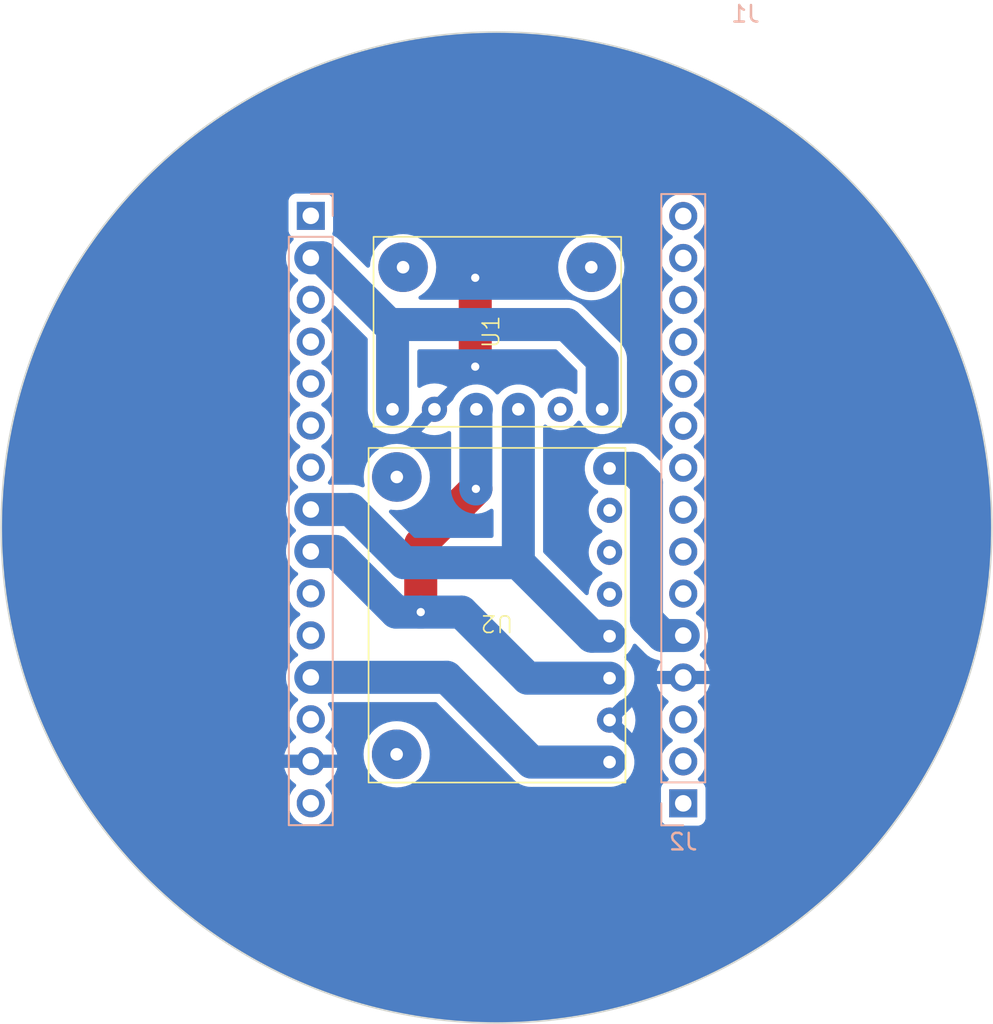
<source format=kicad_pcb>
(kicad_pcb (version 20221018) (generator pcbnew)
  (layers (0 "F.Cu" signal) (31 "B.Cu" signal) (34 "B.Paste" user) (35 "F.Paste" user) (36 "B.SilkS" user "B.Silkscreen") (37 "F.SilkS" user "F.Silkscreen") (38 "B.Mask" user) (39 "F.Mask" user) (44 "Edge.Cuts" user))
  (net 0 "")
  (net 1 "/16")
  (net 2 "/17")
  (net 3 "/18")
  (net 4 "/19")
  (net 5 "/20")
  (net 6 "/21")
  (net 7 "/22")
  (net 8 "/23")
  (net 9 "/24")
  (net 10 "/25")
  (net 11 "/26")
  (net 12 "/27")
  (net 13 "/28")
  (net 14 "/30")
  (net 15 "/1")
  (net 16 "/2")
  (net 17 "/3")
  (net 18 "/5")
  (net 19 "/6")
  (net 20 "/7")
  (net 21 "/8")
  (net 22 "/9")
  (net 23 "/10")
  (net 24 "/11")
  (net 25 "/12")
  (net 26 "/13")
  (net 27 "/14")
  (net 28 "/15")
  (net 29 "GND")
  (footprint "" (layer "F.Cu") (at 147.06 70.44)
    (fp_text reference "" (at 0 0) (layer "F.SilkS") (effects (font (size 1.27 1.27))))
    (fp_text value "" (at 0 0) (layer "F.SilkS") (effects (font (size 1.27 1.27))))
    (pad "0" thru_hole circle (at 0 0) (size 3 3) (drill 0.762) (layers "*.Cu" "*.Mask"))
  )
  (footprint "" (layer "F.Cu") (at 135.66 70.44)
    (fp_text reference "" (at 0 0) (layer "F.SilkS") (effects (font (size 1.27 1.27))))
    (fp_text value "" (at 0 0) (layer "F.SilkS") (effects (font (size 1.27 1.27))))
    (pad "0" thru_hole circle (at 0 0) (size 3 3) (drill 0.762) (layers "*.Cu" "*.Mask"))
  )
  (footprint "MPU6050:MPU6050" (layer "F.Cu") (at 141.35 91.51 180)
    (fp_text reference "U2" (at 0 -0.5 180 unlocked) (layer "F.SilkS") (effects (font (thickness 0.1))))
    (fp_text value "~")
    (fp_rect (start -7.78006 -10.130925) (end 7.78006 10.130925) (stroke (width 0.1)) (fill none) (layer "F.SilkS"))
    (pad "0" thru_hole circle (at 6.07 8.37 180) (size 3 3) (drill 0.762) (layers "*.Cu" "*.Mask"))
    (pad "0" thru_hole circle (at 6.08 -8.42 180) (size 3 3) (drill 0.762) (layers "*.Cu" "*.Mask"))
    (pad "1" thru_hole circle (at -6.81806 -8.89 180) (size 1.524 1.524) (drill 0.762) (layers "*.Cu" "*.Mask") (net 12 "/27"))
    (pad "2" thru_hole circle (at -6.81806 -6.35 180) (size 1.524 1.524) (drill 0.762) (layers "*.Cu" "*.Mask") (net 29 "GND"))
    (pad "3" thru_hole circle (at -6.81806 -3.81 180) (size 1.524 1.524) (drill 0.762) (layers "*.Cu" "*.Mask") (net 9 "/24"))
    (pad "4" thru_hole circle (at -6.81806 -1.27 180) (size 1.524 1.524) (drill 0.762) (layers "*.Cu" "*.Mask") (net 8 "/23"))
    (pad "5" thru_hole circle (at -6.81806 1.27 180) (size 1.524 1.524) (drill 0.762) (layers "*.Cu" "*.Mask"))
    (pad "6" thru_hole circle (at -6.81806 3.81 180) (size 1.524 1.524) (drill 0.762) (layers "*.Cu" "*.Mask"))
    (pad "7" thru_hole circle (at -6.81806 6.35 180) (size 1.524 1.524) (drill 0.762) (layers "*.Cu" "*.Mask"))
    (pad "8" thru_hole circle (at -6.81806 8.89 180) (size 1.524 1.524) (drill 0.762) (layers "*.Cu" "*.Mask") (net 18 "/5"))
  )
  (footprint "BMP280:BMP280" (layer "F.Cu") (at 141.49 74.35 90)
    (fp_text reference "U1" (at 0 -0.5 90 unlocked) (layer "F.SilkS") (effects (font (thickness 0.1))))
    (fp_text value "BMP280")
    (fp_rect (start -5.75 -7.62) (end 5.75 7.38) (stroke (width 0.1)) (fill none) (layer "F.SilkS"))
    (pad "1" thru_hole circle (at -4.692 -6.47 90) (size 1.524 1.524) (drill 0.762) (layers "*.Cu" "*.Mask") (net 2 "/17"))
    (pad "2" thru_hole circle (at -4.692 -3.93 90) (size 1.524 1.524) (drill 0.762) (layers "*.Cu" "*.Mask") (net 29 "GND"))
    (pad "3" thru_hole circle (at -4.692 -1.39 90) (size 1.524 1.524) (drill 0.762) (layers "*.Cu" "*.Mask") (net 9 "/24"))
    (pad "4" thru_hole circle (at -4.692 1.15 90) (size 1.524 1.524) (drill 0.762) (layers "*.Cu" "*.Mask") (net 8 "/23"))
    (pad "5" thru_hole circle (at -4.692 3.69 90) (size 1.524 1.524) (drill 0.762) (layers "*.Cu" "*.Mask"))
    (pad "6" thru_hole circle (at -4.692 6.23 90) (size 1.524 1.524) (drill 0.762) (layers "*.Cu" "*.Mask") (net 2 "/17"))
  )
  (footprint "Connector_PinHeader_2.54mm:PinHeader_1x15_P2.54mm_Vertical" (layer "B.Cu") (at 152.63 102.9)
    (fp_text reference "J2" (at 0 2.33) (layer "B.SilkS") (effects (justify mirror)))
    (fp_text value "Conn_01x15_MountingPin" hide)
    (fp_line (start -1.33 -36.89) (end 1.33 -36.89) (stroke (width 0.12)) (layer "B.SilkS"))
    (fp_line (start -1.33 -1.27) (end -1.33 -36.89) (stroke (width 0.12)) (layer "B.SilkS"))
    (fp_line (start -1.33 -1.27) (end 1.33 -1.27) (stroke (width 0.12)) (layer "B.SilkS"))
    (fp_line (start -1.33 0) (end -1.33 1.33) (stroke (width 0.12)) (layer "B.SilkS"))
    (fp_line (start -1.33 1.33) (end 0 1.33) (stroke (width 0.12)) (layer "B.SilkS"))
    (fp_line (start 1.33 -1.27) (end 1.33 -36.89) (stroke (width 0.12)) (layer "B.SilkS"))
    (pad "1" thru_hole rect (at 0 0) (size 1.7 1.7) (drill 1) (layers "*.Cu" "*.Mask") (net 15 "/1"))
    (pad "2" thru_hole oval (at 0 -2.54) (size 1.7 1.7) (drill 1) (layers "*.Cu" "*.Mask") (net 16 "/2"))
    (pad "3" thru_hole oval (at 0 -5.08) (size 1.7 1.7) (drill 1) (layers "*.Cu" "*.Mask") (net 17 "/3"))
    (pad "4" thru_hole oval (at 0 -7.62) (size 1.7 1.7) (drill 1) (layers "*.Cu" "*.Mask") (net 29 "GND"))
    (pad "5" thru_hole oval (at 0 -10.16) (size 1.7 1.7) (drill 1) (layers "*.Cu" "*.Mask") (net 18 "/5"))
    (pad "6" thru_hole oval (at 0 -12.7) (size 1.7 1.7) (drill 1) (layers "*.Cu" "*.Mask") (net 19 "/6"))
    (pad "7" thru_hole oval (at 0 -15.24) (size 1.7 1.7) (drill 1) (layers "*.Cu" "*.Mask") (net 20 "/7"))
    (pad "8" thru_hole oval (at 0 -17.78) (size 1.7 1.7) (drill 1) (layers "*.Cu" "*.Mask") (net 21 "/8"))
    (pad "9" thru_hole oval (at 0 -20.32) (size 1.7 1.7) (drill 1) (layers "*.Cu" "*.Mask") (net 22 "/9"))
    (pad "10" thru_hole oval (at 0 -22.86) (size 1.7 1.7) (drill 1) (layers "*.Cu" "*.Mask") (net 23 "/10"))
    (pad "11" thru_hole oval (at 0 -25.4) (size 1.7 1.7) (drill 1) (layers "*.Cu" "*.Mask") (net 24 "/11"))
    (pad "12" thru_hole oval (at 0 -27.94) (size 1.7 1.7) (drill 1) (layers "*.Cu" "*.Mask") (net 25 "/12"))
    (pad "13" thru_hole oval (at 0 -30.48) (size 1.7 1.7) (drill 1) (layers "*.Cu" "*.Mask") (net 26 "/13"))
    (pad "14" thru_hole oval (at 0 -33.02) (size 1.7 1.7) (drill 1) (layers "*.Cu" "*.Mask") (net 27 "/14"))
    (pad "15" thru_hole oval (at 0 -35.56) (size 1.7 1.7) (drill 1) (layers "*.Cu" "*.Mask") (net 28 "/15"))
  )
  (footprint "Connector_PinHeader_2.54mm:PinHeader_1x15_P2.54mm_Vertical" (layer "B.Cu") (at 130.07 67.33 180)
    (fp_text reference "J1" (at -26.33 12.22) (layer "B.SilkS") (effects (justify mirror)))
    (fp_text value "Conn_01x15_MountingPin" hide)
    (fp_line (start -1.33 -36.89) (end 1.33 -36.89) (stroke (width 0.12)) (layer "B.SilkS"))
    (fp_line (start -1.33 -1.27) (end -1.33 -36.89) (stroke (width 0.12)) (layer "B.SilkS"))
    (fp_line (start -1.33 -1.27) (end 1.33 -1.27) (stroke (width 0.12)) (layer "B.SilkS"))
    (fp_line (start -1.33 0) (end -1.33 1.33) (stroke (width 0.12)) (layer "B.SilkS"))
    (fp_line (start -1.33 1.33) (end 0 1.33) (stroke (width 0.12)) (layer "B.SilkS"))
    (fp_line (start 1.33 -1.27) (end 1.33 -36.89) (stroke (width 0.12)) (layer "B.SilkS"))
    (pad "1" thru_hole rect (at 0 0 180) (size 1.7 1.7) (drill 1) (layers "*.Cu" "*.Mask") (net 1 "/16"))
    (pad "2" thru_hole oval (at 0 -2.54 180) (size 1.7 1.7) (drill 1) (layers "*.Cu" "*.Mask") (net 2 "/17"))
    (pad "3" thru_hole oval (at 0 -5.08 180) (size 1.7 1.7) (drill 1) (layers "*.Cu" "*.Mask") (net 3 "/18"))
    (pad "4" thru_hole oval (at 0 -7.62 180) (size 1.7 1.7) (drill 1) (layers "*.Cu" "*.Mask") (net 4 "/19"))
    (pad "5" thru_hole oval (at 0 -10.16 180) (size 1.7 1.7) (drill 1) (layers "*.Cu" "*.Mask") (net 5 "/20"))
    (pad "6" thru_hole oval (at 0 -12.7 180) (size 1.7 1.7) (drill 1) (layers "*.Cu" "*.Mask") (net 6 "/21"))
    (pad "7" thru_hole oval (at 0 -15.24 180) (size 1.7 1.7) (drill 1) (layers "*.Cu" "*.Mask") (net 7 "/22"))
    (pad "8" thru_hole oval (at 0 -17.78 180) (size 1.7 1.7) (drill 1) (layers "*.Cu" "*.Mask") (net 8 "/23"))
    (pad "9" thru_hole oval (at 0 -20.32 180) (size 1.7 1.7) (drill 1) (layers "*.Cu" "*.Mask") (net 9 "/24"))
    (pad "10" thru_hole oval (at 0 -22.86 180) (size 1.7 1.7) (drill 1) (layers "*.Cu" "*.Mask") (net 10 "/25"))
    (pad "11" thru_hole oval (at 0 -25.4 180) (size 1.7 1.7) (drill 1) (layers "*.Cu" "*.Mask") (net 11 "/26"))
    (pad "12" thru_hole oval (at 0 -27.94 180) (size 1.7 1.7) (drill 1) (layers "*.Cu" "*.Mask") (net 12 "/27"))
    (pad "13" thru_hole oval (at 0 -30.48 180) (size 1.7 1.7) (drill 1) (layers "*.Cu" "*.Mask") (net 13 "/28"))
    (pad "14" thru_hole oval (at 0 -33.02 180) (size 1.7 1.7) (drill 1) (layers "*.Cu" "*.Mask") (net 29 "GND"))
    (pad "15" thru_hole oval (at 0 -35.56 180) (size 1.7 1.7) (drill 1) (layers "*.Cu" "*.Mask") (net 14 "/30"))
  )
  (gr_circle (center 141.32 86.2) (end 171.32 86.2) (stroke (width 0.1)) (fill none) (layer "Edge.Cuts"))
  (segment (start 147.72 79.042) (end 147.72 76.06) (width 2) (layer "B.Cu") (net 2))
  (segment (start 135.02 74.13) (end 130.76 69.87) (width 2) (layer "B.Cu") (net 2))
  (segment (start 135.24 73.91) (end 135.02 74.13) (width 0.25) (layer "B.Cu") (net 2))
  (segment (start 147.72 76.06) (end 145.57 73.91) (width 2) (layer "B.Cu") (net 2))
  (segment (start 145.57 73.91) (end 135.24 73.91) (width 2) (layer "B.Cu") (net 2))
  (segment (start 130.76 69.87) (end 130.07 69.87) (width 2) (layer "B.Cu") (net 2))
  (segment (start 135.02 79.042) (end 135.02 74.13) (width 2) (layer "B.Cu") (net 2))
  (segment (start 135.71957 88.32957) (end 142.64 88.32957) (width 2) (layer "B.Cu") (net 8))
  (segment (start 130.07 85.11) (end 132.5 85.11) (width 2) (layer "B.Cu") (net 8))
  (segment (start 142.64 88.32957) (end 147.09043 92.78) (width 2) (layer "B.Cu") (net 8))
  (segment (start 147.09043 92.78) (end 148.16806 92.78) (width 2) (layer "B.Cu") (net 8))
  (segment (start 142.64 79.042) (end 142.64 88.32957) (width 2) (layer "B.Cu") (net 8))
  (segment (start 132.5 85.11) (end 135.71957 88.32957) (width 2) (layer "B.Cu") (net 8))
  (segment (start 136.73 87.2) (end 140.07 83.86) (width 2) (layer "F.Cu") (net 9))
  (segment (start 136.73 91.32) (end 136.73 87.2) (width 2) (layer "F.Cu") (net 9))
  (via (at 140.07 83.86) (size 2) (drill 0.5) (layers "F.Cu" "B.Cu") (net 9))
  (via (at 136.73 91.32) (size 2) (drill 0.5) (layers "F.Cu" "B.Cu") (net 9))
  (segment (start 135.24 91.32) (end 131.57 87.65) (width 2) (layer "B.Cu") (net 9))
  (segment (start 139.2 91.32) (end 143.2 95.32) (width 2) (layer "B.Cu") (net 9))
  (segment (start 140.07 79.072) (end 140.1 79.042) (width 2) (layer "B.Cu") (net 9))
  (segment (start 140.07 83.86) (end 140.07 79.072) (width 2) (layer "B.Cu") (net 9))
  (segment (start 136.73 91.32) (end 139.2 91.32) (width 2) (layer "B.Cu") (net 9))
  (segment (start 143.2 95.32) (end 148.16806 95.32) (width 2) (layer "B.Cu") (net 9))
  (segment (start 136.73 91.32) (end 135.24 91.32) (width 2) (layer "B.Cu") (net 9))
  (segment (start 131.57 87.65) (end 130.07 87.65) (width 2) (layer "B.Cu") (net 9))
  (segment (start 138.3 95.27) (end 130.07 95.27) (width 2) (layer "B.Cu") (net 12))
  (segment (start 142.57 99.54) (end 138.3 95.27) (width 2) (layer "B.Cu") (net 12))
  (segment (start 142.57 99.54) (end 143.43 100.4) (width 2) (layer "B.Cu") (net 12))
  (segment (start 143.43 100.4) (end 148.16806 100.4) (width 2) (layer "B.Cu") (net 12))
  (segment (start 148.16806 82.62) (end 149.55 82.62) (width 2) (layer "B.Cu") (net 18))
  (segment (start 150.4 83.47) (end 150.4 91.77) (width 2) (layer "B.Cu") (net 18))
  (segment (start 150.4 91.77) (end 151.37 92.74) (width 2) (layer "B.Cu") (net 18))
  (segment (start 151.37 92.74) (end 152.63 92.74) (width 2) (layer "B.Cu") (net 18))
  (segment (start 149.55 82.62) (end 150.4 83.47) (width 2) (layer "B.Cu") (net 18))
  (segment (start 140.03 71.08) (end 140.03 76.46) (width 2) (layer "F.Cu") (net 29))
  (via (at 140.03 76.46) (size 2) (drill 0.5) (layers "F.Cu" "B.Cu") (net 29))
  (via (at 140.03 71.08) (size 2) (drill 0.5) (layers "F.Cu" "B.Cu") (net 29))
  (zone (net 29) (net_name "GND") (layer "B.Cu") (connect_pads (clearance 0.5)) (min_thickness 0.25) (fill yes (thermal_gap 0.8) (thermal_bridge_width 0.8))
    (polygon (pts (xy 171.32 86.2) (xy 171.299985 85.104339) (xy 171.239969 84.010141) (xy 171.140029 82.918864) (xy 171.000301 81.831965) (xy 170.82097 80.750894) (xy 170.602276 79.677095) (xy 170.344511 78.611999) (xy 170.048018 77.557027) (xy 169.713193 76.513588) (xy 169.340483 75.483073) (xy 168.930386 74.466858) (xy 168.483447 73.466299) (xy 168.000264 72.48273) (xy 167.481482 71.517465) (xy 166.927793 70.57179) (xy 166.339935 69.646968) (xy 165.718692 68.744233) (xy 165.064895 67.864789) (xy 164.379414 67.009809) (xy 163.663165 66.180436) (xy 162.917104 65.377774) (xy 162.142226 64.602896) (xy 161.339564 63.856835) (xy 160.510191 63.140586) (xy 159.655211 62.455105) (xy 158.775767 61.801308) (xy 157.873032 61.180065) (xy 156.94821 60.592207) (xy 156.002535 60.038518) (xy 155.03727 59.519736) (xy 154.053701 59.036553) (xy 153.053142 58.589614) (xy 152.036927 58.179517) (xy 151.006412 57.806807) (xy 149.962973 57.471982) (xy 148.908001 57.175489) (xy 147.842905 56.917724) (xy 146.769106 56.69903) (xy 145.688035 56.519699) (xy 144.601136 56.379971) (xy 143.509859 56.280031) (xy 142.415661 56.220015) (xy 141.32 56.2) (xy 140.224339 56.220015) (xy 139.130141 56.280031) (xy 138.038864 56.379971) (xy 136.951965 56.519699) (xy 135.870894 56.69903) (xy 134.797095 56.917724) (xy 133.731999 57.175489) (xy 132.677027 57.471982) (xy 131.633588 57.806807) (xy 130.603073 58.179517) (xy 129.586858 58.589614) (xy 128.586299 59.036553) (xy 127.60273 59.519736) (xy 126.637465 60.038518) (xy 125.69179 60.592207) (xy 124.766968 61.180065) (xy 123.864233 61.801308) (xy 122.984789 62.455105) (xy 122.129809 63.140586) (xy 121.300436 63.856835) (xy 120.497774 64.602896) (xy 119.722896 65.377774) (xy 118.976835 66.180436) (xy 118.260586 67.009809) (xy 117.575105 67.864789) (xy 116.921308 68.744233) (xy 116.300065 69.646968) (xy 115.712207 70.57179) (xy 115.158518 71.517465) (xy 114.639736 72.48273) (xy 114.156553 73.466299) (xy 113.709614 74.466858) (xy 113.299517 75.483073) (xy 112.926807 76.513588) (xy 112.591982 77.557027) (xy 112.295489 78.611999) (xy 112.037724 79.677095) (xy 111.81903 80.750894) (xy 111.639699 81.831965) (xy 111.499971 82.918864) (xy 111.400031 84.010141) (xy 111.340015 85.104339) (xy 111.32 86.2) (xy 111.340015 87.295661) (xy 111.400031 88.389859) (xy 111.499971 89.481136) (xy 111.639699 90.568035) (xy 111.81903 91.649106) (xy 112.037724 92.722905) (xy 112.295489 93.788001) (xy 112.591982 94.842973) (xy 112.926807 95.886412) (xy 113.299517 96.916927) (xy 113.709614 97.933142) (xy 114.156553 98.933701) (xy 114.639736 99.91727) (xy 115.158518 100.882535) (xy 115.712207 101.82821) (xy 116.300065 102.753032) (xy 116.921308 103.655767) (xy 117.575105 104.535211) (xy 118.260586 105.390191) (xy 118.976835 106.219564) (xy 119.722896 107.022226) (xy 120.497774 107.797104) (xy 121.300436 108.543165) (xy 122.129809 109.259414) (xy 122.984789 109.944895) (xy 123.864233 110.598692) (xy 124.766968 111.219935) (xy 125.69179 111.807793) (xy 126.637465 112.361482) (xy 127.60273 112.880264) (xy 128.586299 113.363447) (xy 129.586858 113.810386) (xy 130.603073 114.220483) (xy 131.633588 114.593193) (xy 132.677027 114.928018) (xy 133.731999 115.224511) (xy 134.797095 115.482276) (xy 135.870894 115.70097) (xy 136.951965 115.880301) (xy 138.038864 116.020029) (xy 139.130141 116.119969) (xy 140.224339 116.179985) (xy 141.32 116.2) (xy 142.415661 116.179985) (xy 143.509859 116.119969) (xy 144.601136 116.020029) (xy 145.688035 115.880301) (xy 146.769106 115.70097) (xy 147.842905 115.482276) (xy 148.908001 115.224511) (xy 149.962973 114.928018) (xy 151.006412 114.593193) (xy 152.036927 114.220483) (xy 153.053142 113.810386) (xy 154.053701 113.363447) (xy 155.03727 112.880264) (xy 156.002535 112.361482) (xy 156.94821 111.807793) (xy 157.873032 111.219935) (xy 158.775767 110.598692) (xy 159.655211 109.944895) (xy 160.510191 109.259414) (xy 161.339564 108.543165) (xy 162.142226 107.797104) (xy 162.917104 107.022226) (xy 163.663165 106.219564) (xy 164.379414 105.390191) (xy 165.064895 104.535211) (xy 165.718692 103.655767) (xy 166.339935 102.753032) (xy 166.927793 101.82821) (xy 167.481482 100.882535) (xy 168.000264 99.91727) (xy 168.483447 98.933701) (xy 168.930386 97.933142) (xy 169.340483 96.916927) (xy 169.713193 95.886412) (xy 170.048018 94.842973) (xy 170.344511 93.788001) (xy 170.602276 92.722905) (xy 170.82097 91.649106) (xy 171.000301 90.568035) (xy 171.140029 89.481136) (xy 171.239969 88.389859) (xy 171.299985 87.295661) (xy 171.32 86.2)))
  )
)
</source>
